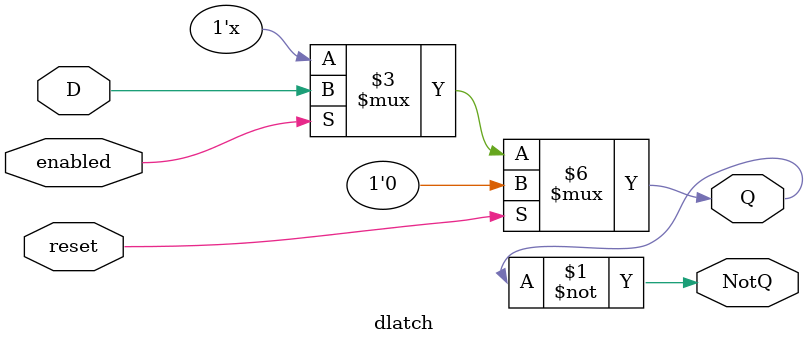
<source format=v>
module dlatch(
    input D,
    input reset,
    input enabled,
    output reg Q,
    output NotQ
);
    assign NotQ = ~Q;
    always @(*) begin
        // Reset -> set value to 0
        if (reset) begin
            Q <= 0;
        // When enabled -> assign Q to D
        end else if (enabled) begin
            Q <= D;
        end
        // When not enabled, Q retains its value
    end
endmodule
</source>
